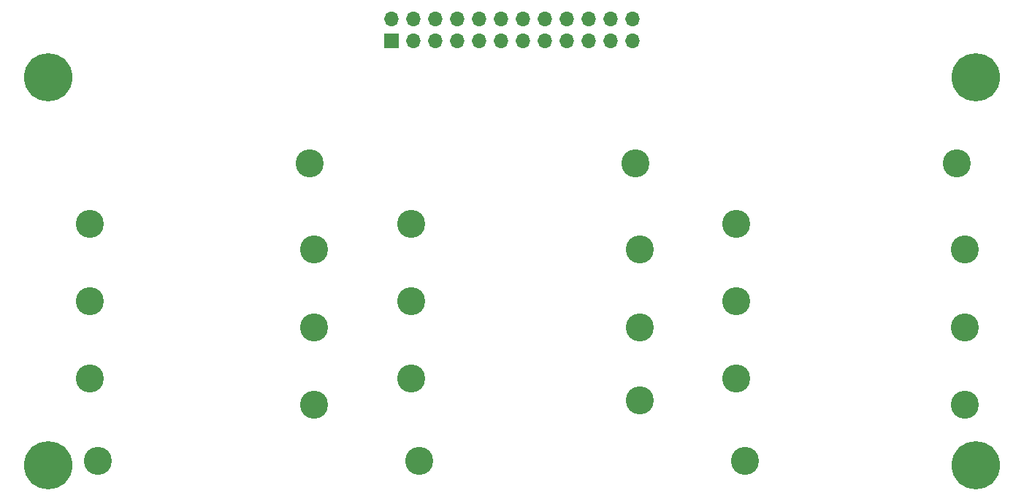
<source format=gbr>
%TF.GenerationSoftware,KiCad,Pcbnew,8.0.4*%
%TF.CreationDate,2024-09-10T22:03:23-04:00*%
%TF.ProjectId,LowerPOGO,4c6f7765-7250-44f4-974f-2e6b69636164,v4*%
%TF.SameCoordinates,Original*%
%TF.FileFunction,Soldermask,Bot*%
%TF.FilePolarity,Negative*%
%FSLAX46Y46*%
G04 Gerber Fmt 4.6, Leading zero omitted, Abs format (unit mm)*
G04 Created by KiCad (PCBNEW 8.0.4) date 2024-09-10 22:03:23*
%MOMM*%
%LPD*%
G01*
G04 APERTURE LIST*
%ADD10C,3.250000*%
%ADD11C,3.600000*%
%ADD12C,5.600000*%
%ADD13R,1.700000X1.700000*%
%ADD14O,1.700000X1.700000*%
G04 APERTURE END LIST*
D10*
%TO.C,J13*%
X135250000Y-126500000D03*
%TD*%
%TO.C,J3*%
X124000000Y-138500000D03*
%TD*%
%TO.C,J4*%
X124000000Y-147500000D03*
%TD*%
%TO.C,J9*%
X174000000Y-154000000D03*
%TD*%
D11*
%TO.C,H4*%
X200750000Y-154500000D03*
D12*
X200750000Y-154500000D03*
%TD*%
D10*
%TO.C,J11*%
X199500000Y-138500000D03*
%TD*%
D11*
%TO.C,H1*%
X93250000Y-109500000D03*
D12*
X93250000Y-109500000D03*
%TD*%
D11*
%TO.C,H2*%
X200750000Y-109500000D03*
D12*
X200750000Y-109500000D03*
%TD*%
D11*
%TO.C,H3*%
X93250000Y-154500000D03*
D12*
X93250000Y-154500000D03*
%TD*%
D10*
%TO.C,J6*%
X135250000Y-144500000D03*
%TD*%
%TO.C,J5*%
X136250000Y-154000000D03*
%TD*%
%TO.C,J18*%
X98000000Y-126500000D03*
%TD*%
%TO.C,J12*%
X199500000Y-147500000D03*
%TD*%
%TO.C,J21*%
X173000000Y-126500000D03*
%TD*%
%TO.C,J16*%
X123500000Y-119500000D03*
%TD*%
%TO.C,J22*%
X173000000Y-135500000D03*
%TD*%
%TO.C,J17*%
X98000000Y-135500000D03*
%TD*%
%TO.C,J1*%
X98000000Y-144500000D03*
%TD*%
%TO.C,J15*%
X124000000Y-129500000D03*
%TD*%
%TO.C,J23*%
X161750000Y-129500000D03*
%TD*%
%TO.C,J2*%
X99000000Y-154000000D03*
%TD*%
%TO.C,J19*%
X198500000Y-119500000D03*
%TD*%
%TO.C,J20*%
X199500000Y-129500000D03*
%TD*%
%TO.C,J14*%
X135250000Y-135500000D03*
%TD*%
%TO.C,J10*%
X173000000Y-144500000D03*
%TD*%
%TO.C,J24*%
X161250000Y-119500000D03*
%TD*%
%TO.C,J7*%
X161750000Y-147000000D03*
%TD*%
%TO.C,J8*%
X161750000Y-138500000D03*
%TD*%
D13*
%TO.C,J25*%
X133000000Y-105250000D03*
D14*
X135540000Y-105250000D03*
X138080000Y-105250000D03*
X140620000Y-105250000D03*
X143160000Y-105250000D03*
X145700000Y-105250000D03*
X148240000Y-105250000D03*
X150780000Y-105250000D03*
X153320000Y-105250000D03*
X155860000Y-105250000D03*
X158400000Y-105250000D03*
X160940000Y-105250000D03*
X133000000Y-102710000D03*
X135540000Y-102710000D03*
X138080000Y-102710000D03*
X140620000Y-102710000D03*
X143160000Y-102710000D03*
X145700000Y-102710000D03*
X148240000Y-102710000D03*
X150780000Y-102710000D03*
X153320000Y-102710000D03*
X155860000Y-102710000D03*
X158400000Y-102710000D03*
X160940000Y-102710000D03*
%TD*%
M02*

</source>
